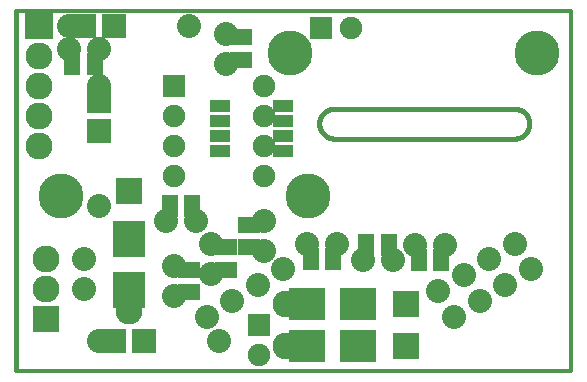
<source format=gts>
G04 (created by PCBNEW-RS274X (20100406 SVN-R2508)-final) date 6/3/2010 10:02:15 PM*
G01*
G70*
G90*
%MOIN*%
G04 Gerber Fmt 3.4, Leading zero omitted, Abs format*
%FSLAX34Y34*%
G04 APERTURE LIST*
%ADD10C,0.006000*%
%ADD11C,0.012000*%
%ADD12C,0.015000*%
%ADD13C,0.090000*%
%ADD14R,0.090000X0.090000*%
%ADD15R,0.110600X0.118400*%
%ADD16R,0.118400X0.110600*%
%ADD17C,0.080000*%
%ADD18R,0.080000X0.080000*%
%ADD19C,0.150000*%
%ADD20R,0.075000X0.055000*%
%ADD21R,0.055000X0.075000*%
%ADD22R,0.095000X0.090000*%
%ADD23R,0.075000X0.075000*%
%ADD24C,0.075000*%
%ADD25R,0.065000X0.040000*%
G04 APERTURE END LIST*
G54D10*
G54D11*
X39500Y-43250D02*
X21000Y-43250D01*
X39500Y-55250D02*
X39500Y-43250D01*
X21000Y-55250D02*
X39500Y-55250D01*
G54D12*
X21000Y-55200D02*
X21000Y-55000D01*
X31600Y-46500D02*
X31557Y-46502D01*
X31514Y-46508D01*
X31471Y-46518D01*
X31429Y-46531D01*
X31389Y-46547D01*
X31351Y-46567D01*
X31314Y-46591D01*
X31279Y-46617D01*
X31247Y-46647D01*
X31217Y-46679D01*
X31191Y-46714D01*
X31167Y-46751D01*
X31147Y-46789D01*
X31131Y-46829D01*
X31118Y-46871D01*
X31108Y-46914D01*
X31102Y-46957D01*
X31100Y-47000D01*
X31100Y-47000D02*
X31102Y-47043D01*
X31108Y-47086D01*
X31118Y-47129D01*
X31131Y-47171D01*
X31147Y-47211D01*
X31167Y-47249D01*
X31191Y-47286D01*
X31217Y-47321D01*
X31247Y-47353D01*
X31279Y-47383D01*
X31314Y-47409D01*
X31351Y-47433D01*
X31389Y-47453D01*
X31429Y-47469D01*
X31471Y-47482D01*
X31514Y-47492D01*
X31557Y-47498D01*
X31600Y-47500D01*
X37600Y-47500D02*
X37643Y-47498D01*
X37686Y-47492D01*
X37729Y-47482D01*
X37771Y-47469D01*
X37811Y-47453D01*
X37850Y-47433D01*
X37886Y-47409D01*
X37921Y-47383D01*
X37953Y-47353D01*
X37983Y-47321D01*
X38009Y-47286D01*
X38033Y-47249D01*
X38053Y-47211D01*
X38069Y-47171D01*
X38082Y-47129D01*
X38092Y-47086D01*
X38098Y-47043D01*
X38100Y-47000D01*
X38100Y-47000D02*
X38098Y-46957D01*
X38092Y-46914D01*
X38082Y-46871D01*
X38069Y-46829D01*
X38053Y-46789D01*
X38033Y-46751D01*
X38009Y-46714D01*
X37983Y-46679D01*
X37953Y-46647D01*
X37921Y-46617D01*
X37886Y-46591D01*
X37850Y-46567D01*
X37811Y-46547D01*
X37771Y-46531D01*
X37729Y-46518D01*
X37686Y-46508D01*
X37643Y-46502D01*
X37600Y-46500D01*
X31600Y-47500D02*
X37600Y-47500D01*
X37600Y-46500D02*
X31600Y-46500D01*
X21000Y-43250D02*
X21000Y-55000D01*
G54D13*
X24750Y-53250D03*
G54D14*
X24750Y-49250D03*
G54D15*
X24750Y-50850D03*
X24750Y-52550D03*
G54D13*
X30000Y-53000D03*
G54D14*
X34000Y-53000D03*
G54D16*
X32400Y-53000D03*
X30700Y-53000D03*
G54D13*
X30000Y-54400D03*
G54D14*
X34000Y-54400D03*
G54D16*
X32400Y-54400D03*
X30700Y-54400D03*
G54D17*
X23750Y-54250D03*
X27750Y-54250D03*
G54D18*
X25250Y-54250D03*
X24250Y-54250D03*
G54D17*
X23750Y-45750D03*
X23750Y-49750D03*
G54D18*
X23750Y-47250D03*
X23750Y-46250D03*
G54D17*
X22750Y-43750D03*
X26750Y-43750D03*
G54D18*
X24250Y-43750D03*
X23250Y-43750D03*
G54D17*
X37300Y-52375D03*
X36452Y-52905D03*
X35604Y-53435D03*
X38148Y-51845D03*
G54D19*
X38361Y-44637D03*
X30729Y-49407D03*
G54D17*
X29050Y-52375D03*
X28202Y-52905D03*
X27354Y-53435D03*
X29898Y-51845D03*
G54D19*
X30111Y-44637D03*
X22479Y-49407D03*
G54D17*
X36770Y-51527D03*
X35922Y-52057D03*
X35074Y-52587D03*
X37618Y-50997D03*
G54D19*
X38361Y-44637D03*
X30729Y-49407D03*
G54D20*
X28750Y-51125D03*
X28750Y-50375D03*
G54D17*
X29250Y-51250D03*
X29250Y-50250D03*
G54D21*
X32675Y-51050D03*
X33425Y-51050D03*
G54D17*
X32550Y-51550D03*
X33550Y-51550D03*
G54D21*
X31575Y-51500D03*
X30825Y-51500D03*
G54D17*
X31700Y-51000D03*
X30700Y-51000D03*
G54D21*
X35175Y-51550D03*
X34425Y-51550D03*
G54D17*
X35300Y-51050D03*
X34300Y-51050D03*
G54D22*
X21750Y-43750D03*
G54D13*
X21750Y-44750D03*
X21750Y-45740D03*
X21750Y-46760D03*
X21750Y-47750D03*
G54D20*
X26750Y-51875D03*
X26750Y-52625D03*
G54D17*
X26250Y-51750D03*
X26250Y-52750D03*
X23250Y-52500D03*
X23250Y-51500D03*
G54D21*
X23625Y-45000D03*
X22875Y-45000D03*
G54D17*
X23750Y-44500D03*
X22750Y-44500D03*
X26000Y-50250D03*
X27000Y-50250D03*
G54D21*
X26125Y-49750D03*
X26875Y-49750D03*
G54D17*
X26000Y-50250D03*
X27000Y-50250D03*
X28000Y-44000D03*
X28000Y-45000D03*
G54D20*
X28500Y-44125D03*
X28500Y-44875D03*
G54D17*
X28000Y-44000D03*
X28000Y-45000D03*
G54D20*
X28000Y-51125D03*
X28000Y-51875D03*
G54D17*
X27500Y-51000D03*
X27500Y-52000D03*
G54D23*
X26250Y-45750D03*
G54D24*
X26250Y-46750D03*
X26250Y-47750D03*
X26250Y-48750D03*
X29250Y-48750D03*
X29250Y-47750D03*
X29250Y-46750D03*
X29250Y-45750D03*
G54D13*
X22000Y-51500D03*
X22000Y-52500D03*
G54D14*
X22000Y-53500D03*
G54D25*
X29900Y-46400D03*
X27800Y-46400D03*
X29900Y-46900D03*
X29900Y-47400D03*
X29900Y-47900D03*
X27800Y-46900D03*
X27800Y-47400D03*
X27800Y-47900D03*
G54D23*
X31150Y-43800D03*
G54D24*
X32150Y-43800D03*
G54D23*
X29100Y-53700D03*
G54D24*
X29100Y-54700D03*
M02*

</source>
